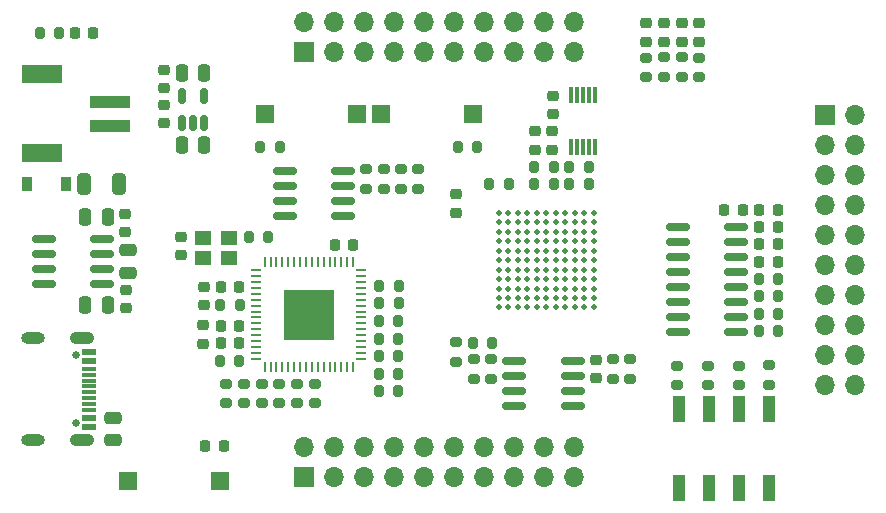
<source format=gbr>
%TF.GenerationSoftware,KiCad,Pcbnew,(6.0.0)*%
%TF.CreationDate,2022-08-04T21:46:01+02:00*%
%TF.ProjectId,TINY-FPGA-BOARD,54494e59-2d46-4504-9741-2d424f415244,rev?*%
%TF.SameCoordinates,Original*%
%TF.FileFunction,Soldermask,Top*%
%TF.FilePolarity,Negative*%
%FSLAX46Y46*%
G04 Gerber Fmt 4.6, Leading zero omitted, Abs format (unit mm)*
G04 Created by KiCad (PCBNEW (6.0.0)) date 2022-08-04 21:46:01*
%MOMM*%
%LPD*%
G01*
G04 APERTURE LIST*
G04 Aperture macros list*
%AMRoundRect*
0 Rectangle with rounded corners*
0 $1 Rounding radius*
0 $2 $3 $4 $5 $6 $7 $8 $9 X,Y pos of 4 corners*
0 Add a 4 corners polygon primitive as box body*
4,1,4,$2,$3,$4,$5,$6,$7,$8,$9,$2,$3,0*
0 Add four circle primitives for the rounded corners*
1,1,$1+$1,$2,$3*
1,1,$1+$1,$4,$5*
1,1,$1+$1,$6,$7*
1,1,$1+$1,$8,$9*
0 Add four rect primitives between the rounded corners*
20,1,$1+$1,$2,$3,$4,$5,0*
20,1,$1+$1,$4,$5,$6,$7,0*
20,1,$1+$1,$6,$7,$8,$9,0*
20,1,$1+$1,$8,$9,$2,$3,0*%
G04 Aperture macros list end*
%ADD10RoundRect,0.225000X-0.250000X0.225000X-0.250000X-0.225000X0.250000X-0.225000X0.250000X0.225000X0*%
%ADD11RoundRect,0.200000X0.275000X-0.200000X0.275000X0.200000X-0.275000X0.200000X-0.275000X-0.200000X0*%
%ADD12RoundRect,0.200000X-0.275000X0.200000X-0.275000X-0.200000X0.275000X-0.200000X0.275000X0.200000X0*%
%ADD13RoundRect,0.225000X0.250000X-0.225000X0.250000X0.225000X-0.250000X0.225000X-0.250000X-0.225000X0*%
%ADD14RoundRect,0.200000X-0.200000X-0.275000X0.200000X-0.275000X0.200000X0.275000X-0.200000X0.275000X0*%
%ADD15R,3.500000X1.000000*%
%ADD16R,3.400000X1.500000*%
%ADD17RoundRect,0.250000X-0.475000X0.250000X-0.475000X-0.250000X0.475000X-0.250000X0.475000X0.250000X0*%
%ADD18RoundRect,0.250000X-0.250000X-0.475000X0.250000X-0.475000X0.250000X0.475000X-0.250000X0.475000X0*%
%ADD19RoundRect,0.150000X0.825000X0.150000X-0.825000X0.150000X-0.825000X-0.150000X0.825000X-0.150000X0*%
%ADD20RoundRect,0.225000X-0.225000X-0.250000X0.225000X-0.250000X0.225000X0.250000X-0.225000X0.250000X0*%
%ADD21C,0.650000*%
%ADD22R,1.150000X0.600000*%
%ADD23R,1.150000X0.300000*%
%ADD24O,2.000000X1.000000*%
%ADD25O,2.100000X1.050000*%
%ADD26R,1.120000X2.160000*%
%ADD27RoundRect,0.225000X0.225000X0.250000X-0.225000X0.250000X-0.225000X-0.250000X0.225000X-0.250000X0*%
%ADD28RoundRect,0.150000X0.150000X-0.512500X0.150000X0.512500X-0.150000X0.512500X-0.150000X-0.512500X0*%
%ADD29RoundRect,0.200000X0.200000X0.275000X-0.200000X0.275000X-0.200000X-0.275000X0.200000X-0.275000X0*%
%ADD30RoundRect,0.250000X0.250000X0.475000X-0.250000X0.475000X-0.250000X-0.475000X0.250000X-0.475000X0*%
%ADD31R,1.700000X1.700000*%
%ADD32O,1.700000X1.700000*%
%ADD33RoundRect,0.218750X0.218750X0.256250X-0.218750X0.256250X-0.218750X-0.256250X0.218750X-0.256250X0*%
%ADD34RoundRect,0.150000X-0.825000X-0.150000X0.825000X-0.150000X0.825000X0.150000X-0.825000X0.150000X0*%
%ADD35RoundRect,0.250000X-0.325000X-0.650000X0.325000X-0.650000X0.325000X0.650000X-0.325000X0.650000X0*%
%ADD36R,1.500000X1.500000*%
%ADD37RoundRect,0.218750X-0.256250X0.218750X-0.256250X-0.218750X0.256250X-0.218750X0.256250X0.218750X0*%
%ADD38R,0.300000X1.400000*%
%ADD39R,1.400000X1.200000*%
%ADD40R,0.900000X1.200000*%
%ADD41RoundRect,0.250000X0.475000X-0.250000X0.475000X0.250000X-0.475000X0.250000X-0.475000X-0.250000X0*%
%ADD42RoundRect,0.062500X-0.337500X-0.062500X0.337500X-0.062500X0.337500X0.062500X-0.337500X0.062500X0*%
%ADD43RoundRect,0.062500X-0.062500X-0.337500X0.062500X-0.337500X0.062500X0.337500X-0.062500X0.337500X0*%
%ADD44R,4.350000X4.350000*%
%ADD45C,0.500000*%
G04 APERTURE END LIST*
D10*
%TO.C,C12*%
X119270000Y-100855000D03*
X119270000Y-102405000D03*
%TD*%
D11*
%TO.C,R6*%
X102775000Y-86350000D03*
X102775000Y-84700000D03*
%TD*%
D12*
%TO.C,R10*%
X99875000Y-84700000D03*
X99875000Y-86350000D03*
%TD*%
D13*
%TO.C,C14*%
X115625000Y-83050000D03*
X115625000Y-81500000D03*
%TD*%
D14*
%TO.C,R46*%
X107625000Y-82850000D03*
X109275000Y-82850000D03*
%TD*%
D15*
%TO.C,J2*%
X78150000Y-79000000D03*
X78150000Y-81000000D03*
D16*
X72400000Y-76650000D03*
X72400000Y-83350000D03*
%TD*%
D11*
%TO.C,R4*%
X120740000Y-102445000D03*
X120740000Y-100795000D03*
%TD*%
D17*
%TO.C,C28*%
X78450000Y-105750000D03*
X78450000Y-107650000D03*
%TD*%
D18*
%TO.C,C36*%
X76075000Y-96175000D03*
X77975000Y-96175000D03*
%TD*%
D11*
%TO.C,R22*%
X91000000Y-104525000D03*
X91000000Y-102875000D03*
%TD*%
D19*
%TO.C,U3*%
X97925000Y-88680000D03*
X97925000Y-87410000D03*
X97925000Y-86140000D03*
X97925000Y-84870000D03*
X92975000Y-84870000D03*
X92975000Y-86140000D03*
X92975000Y-87410000D03*
X92975000Y-88680000D03*
%TD*%
D20*
%TO.C,C1*%
X133145000Y-89610000D03*
X134695000Y-89610000D03*
%TD*%
D21*
%TO.C,J1*%
X75315000Y-100447500D03*
X75315000Y-106227500D03*
D22*
X76390000Y-100137500D03*
X76390000Y-100937500D03*
D23*
X76390000Y-102087500D03*
X76390000Y-103087500D03*
X76390000Y-103587500D03*
X76390000Y-104587500D03*
D22*
X76390000Y-106537500D03*
X76390000Y-105737500D03*
D23*
X76390000Y-105087500D03*
X76390000Y-104087500D03*
X76390000Y-102587500D03*
X76390000Y-101587500D03*
D24*
X71635000Y-99017500D03*
X71635000Y-107657500D03*
D25*
X75815000Y-99017500D03*
X75815000Y-107657500D03*
%TD*%
D26*
%TO.C,SW1*%
X133935000Y-104960000D03*
X131395000Y-104960000D03*
X128855000Y-104960000D03*
X126315000Y-104960000D03*
X126315000Y-111690000D03*
X128855000Y-111690000D03*
X131395000Y-111690000D03*
X133935000Y-111690000D03*
%TD*%
D10*
%TO.C,C26*%
X82775000Y-79275000D03*
X82775000Y-80825000D03*
%TD*%
D13*
%TO.C,C7*%
X115650000Y-80050000D03*
X115650000Y-78500000D03*
%TD*%
D27*
%TO.C,C21*%
X89075000Y-97950000D03*
X87525000Y-97950000D03*
%TD*%
D28*
%TO.C,U6*%
X84250000Y-80762500D03*
X85200000Y-80762500D03*
X86150000Y-80762500D03*
X86150000Y-78487500D03*
X84250000Y-78487500D03*
%TD*%
D29*
%TO.C,R32*%
X118700000Y-85925000D03*
X117050000Y-85925000D03*
%TD*%
%TO.C,R35*%
X115750000Y-84500000D03*
X114100000Y-84500000D03*
%TD*%
D13*
%TO.C,C29*%
X82775000Y-77850000D03*
X82775000Y-76300000D03*
%TD*%
D14*
%TO.C,R29*%
X133095000Y-96935000D03*
X134745000Y-96935000D03*
%TD*%
D10*
%TO.C,C22*%
X86100000Y-94675000D03*
X86100000Y-96225000D03*
%TD*%
D30*
%TO.C,C25*%
X86150000Y-82675000D03*
X84250000Y-82675000D03*
%TD*%
D29*
%TO.C,R11*%
X89125000Y-100900000D03*
X87475000Y-100900000D03*
%TD*%
D27*
%TO.C,C20*%
X89075000Y-99425000D03*
X87525000Y-99425000D03*
%TD*%
D20*
%TO.C,C2*%
X133145000Y-88135000D03*
X134695000Y-88135000D03*
%TD*%
D14*
%TO.C,R31*%
X133095000Y-93985000D03*
X134745000Y-93985000D03*
%TD*%
D12*
%TO.C,R43*%
X131375000Y-101325000D03*
X131375000Y-102975000D03*
%TD*%
%TO.C,R38*%
X126550000Y-75225000D03*
X126550000Y-76875000D03*
%TD*%
D11*
%TO.C,R3*%
X108950000Y-102435000D03*
X108950000Y-100785000D03*
%TD*%
D18*
%TO.C,C27*%
X84250000Y-76575000D03*
X86150000Y-76575000D03*
%TD*%
D31*
%TO.C,J3*%
X138725000Y-80075000D03*
D32*
X141265000Y-80075000D03*
X138725000Y-82615000D03*
X141265000Y-82615000D03*
X138725000Y-85155000D03*
X141265000Y-85155000D03*
X138725000Y-87695000D03*
X141265000Y-87695000D03*
X138725000Y-90235000D03*
X141265000Y-90235000D03*
X138725000Y-92775000D03*
X141265000Y-92775000D03*
X138725000Y-95315000D03*
X141265000Y-95315000D03*
X138725000Y-97855000D03*
X141265000Y-97855000D03*
X138725000Y-100395000D03*
X141265000Y-100395000D03*
X138725000Y-102935000D03*
X141265000Y-102935000D03*
%TD*%
D14*
%TO.C,R28*%
X133095000Y-98410000D03*
X134745000Y-98410000D03*
%TD*%
D11*
%TO.C,R5*%
X110420000Y-102445000D03*
X110420000Y-100795000D03*
%TD*%
D33*
%TO.C,D2*%
X76762500Y-73150000D03*
X75187500Y-73150000D03*
%TD*%
D34*
%TO.C,U9*%
X126245000Y-89565000D03*
X126245000Y-90835000D03*
X126245000Y-92105000D03*
X126245000Y-93375000D03*
X126245000Y-94645000D03*
X126245000Y-95915000D03*
X126245000Y-97185000D03*
X126245000Y-98455000D03*
X131195000Y-98455000D03*
X131195000Y-97185000D03*
X131195000Y-95915000D03*
X131195000Y-94645000D03*
X131195000Y-93375000D03*
X131195000Y-92105000D03*
X131195000Y-90835000D03*
X131195000Y-89565000D03*
%TD*%
D30*
%TO.C,C32*%
X77950000Y-88775000D03*
X76050000Y-88775000D03*
%TD*%
D11*
%TO.C,R7*%
X101325000Y-86350000D03*
X101325000Y-84700000D03*
%TD*%
D34*
%TO.C,U2*%
X112375000Y-100945000D03*
X112375000Y-102215000D03*
X112375000Y-103485000D03*
X112375000Y-104755000D03*
X117325000Y-104755000D03*
X117325000Y-103485000D03*
X117325000Y-102215000D03*
X117325000Y-100945000D03*
%TD*%
D27*
%TO.C,C24*%
X89075000Y-94700000D03*
X87525000Y-94700000D03*
%TD*%
D29*
%TO.C,R17*%
X102575000Y-97550000D03*
X100925000Y-97550000D03*
%TD*%
D14*
%TO.C,R45*%
X90875000Y-82825000D03*
X92525000Y-82825000D03*
%TD*%
D12*
%TO.C,R41*%
X126200000Y-101325000D03*
X126200000Y-102975000D03*
%TD*%
D29*
%TO.C,R14*%
X102575000Y-102000000D03*
X100925000Y-102000000D03*
%TD*%
D35*
%TO.C,FB1*%
X75975000Y-85925000D03*
X78925000Y-85925000D03*
%TD*%
D14*
%TO.C,R1*%
X110275000Y-85950000D03*
X111925000Y-85950000D03*
%TD*%
D11*
%TO.C,R2*%
X122200000Y-102445000D03*
X122200000Y-100795000D03*
%TD*%
D12*
%TO.C,R42*%
X128775000Y-101325000D03*
X128775000Y-102975000D03*
%TD*%
D11*
%TO.C,R23*%
X92500000Y-104525000D03*
X92500000Y-102875000D03*
%TD*%
D20*
%TO.C,C4*%
X133145000Y-92535000D03*
X134695000Y-92535000D03*
%TD*%
%TO.C,C5*%
X133145000Y-91060000D03*
X134695000Y-91060000D03*
%TD*%
D29*
%TO.C,R36*%
X73850000Y-73150000D03*
X72200000Y-73150000D03*
%TD*%
D31*
%TO.C,J4*%
X94575000Y-74775000D03*
D32*
X94575000Y-72235000D03*
X97115000Y-74775000D03*
X97115000Y-72235000D03*
X99655000Y-74775000D03*
X99655000Y-72235000D03*
X102195000Y-74775000D03*
X102195000Y-72235000D03*
X104735000Y-74775000D03*
X104735000Y-72235000D03*
X107275000Y-74775000D03*
X107275000Y-72235000D03*
X109815000Y-74775000D03*
X109815000Y-72235000D03*
X112355000Y-74775000D03*
X112355000Y-72235000D03*
X114895000Y-74775000D03*
X114895000Y-72235000D03*
X117435000Y-74775000D03*
X117435000Y-72235000D03*
%TD*%
D11*
%TO.C,R26*%
X107470000Y-100985000D03*
X107470000Y-99335000D03*
%TD*%
%TO.C,R20*%
X88000000Y-104525000D03*
X88000000Y-102875000D03*
%TD*%
D36*
%TO.C,SW4*%
X101100000Y-80025000D03*
X108900000Y-80025000D03*
%TD*%
D29*
%TO.C,R34*%
X118675000Y-84500000D03*
X117025000Y-84500000D03*
%TD*%
D37*
%TO.C,D3*%
X128050000Y-72312500D03*
X128050000Y-73887500D03*
%TD*%
%TO.C,D5*%
X125050000Y-72312500D03*
X125050000Y-73887500D03*
%TD*%
D11*
%TO.C,R25*%
X95550000Y-104525000D03*
X95550000Y-102875000D03*
%TD*%
D31*
%TO.C,J5*%
X94575000Y-110775000D03*
D32*
X94575000Y-108235000D03*
X97115000Y-110775000D03*
X97115000Y-108235000D03*
X99655000Y-110775000D03*
X99655000Y-108235000D03*
X102195000Y-110775000D03*
X102195000Y-108235000D03*
X104735000Y-110775000D03*
X104735000Y-108235000D03*
X107275000Y-110775000D03*
X107275000Y-108235000D03*
X109815000Y-110775000D03*
X109815000Y-108235000D03*
X112355000Y-110775000D03*
X112355000Y-108235000D03*
X114895000Y-110775000D03*
X114895000Y-108235000D03*
X117435000Y-110775000D03*
X117435000Y-108235000D03*
%TD*%
D12*
%TO.C,R40*%
X123550000Y-75250000D03*
X123550000Y-76900000D03*
%TD*%
D38*
%TO.C,U10*%
X117200000Y-82800000D03*
X117700000Y-82800000D03*
X118200000Y-82800000D03*
X118700000Y-82800000D03*
X119200000Y-82800000D03*
X119200000Y-78400000D03*
X118700000Y-78400000D03*
X118200000Y-78400000D03*
X117700000Y-78400000D03*
X117200000Y-78400000D03*
%TD*%
D11*
%TO.C,R21*%
X89500000Y-104525000D03*
X89500000Y-102875000D03*
%TD*%
D39*
%TO.C,U4*%
X86000000Y-92250000D03*
X88200000Y-92250000D03*
X88200000Y-90550000D03*
X86000000Y-90550000D03*
%TD*%
D13*
%TO.C,C33*%
X79450000Y-90025000D03*
X79450000Y-88475000D03*
%TD*%
D27*
%TO.C,C19*%
X98740000Y-91150000D03*
X97190000Y-91150000D03*
%TD*%
D40*
%TO.C,D1*%
X74450000Y-85925000D03*
X71150000Y-85925000D03*
%TD*%
D29*
%TO.C,R15*%
X102575000Y-100500000D03*
X100925000Y-100500000D03*
%TD*%
D11*
%TO.C,R8*%
X104225000Y-86350000D03*
X104225000Y-84700000D03*
%TD*%
D10*
%TO.C,C17*%
X84200000Y-90425000D03*
X84200000Y-91975000D03*
%TD*%
D27*
%TO.C,C16*%
X87775000Y-108100000D03*
X86225000Y-108100000D03*
%TD*%
D29*
%TO.C,R27*%
X110515000Y-99400000D03*
X108865000Y-99400000D03*
%TD*%
%TO.C,R16*%
X102550000Y-99050000D03*
X100900000Y-99050000D03*
%TD*%
D36*
%TO.C,SW2*%
X87475000Y-111100000D03*
X79675000Y-111100000D03*
%TD*%
D29*
%TO.C,R13*%
X102550000Y-103450000D03*
X100900000Y-103450000D03*
%TD*%
D12*
%TO.C,R37*%
X128050000Y-75250000D03*
X128050000Y-76900000D03*
%TD*%
D10*
%TO.C,C23*%
X86075000Y-97925000D03*
X86075000Y-99475000D03*
%TD*%
D41*
%TO.C,C30*%
X79675000Y-93450000D03*
X79675000Y-91550000D03*
%TD*%
D33*
%TO.C,L1*%
X131720000Y-88135000D03*
X130145000Y-88135000D03*
%TD*%
D29*
%TO.C,R19*%
X102625000Y-94550000D03*
X100975000Y-94550000D03*
%TD*%
D14*
%TO.C,R12*%
X87500000Y-96175000D03*
X89150000Y-96175000D03*
%TD*%
D11*
%TO.C,R24*%
X94000000Y-104525000D03*
X94000000Y-102875000D03*
%TD*%
D37*
%TO.C,D6*%
X123550000Y-72312500D03*
X123550000Y-73887500D03*
%TD*%
D36*
%TO.C,SW3*%
X99050000Y-80025000D03*
X91250000Y-80025000D03*
%TD*%
D19*
%TO.C,U11*%
X77500000Y-94380000D03*
X77500000Y-93110000D03*
X77500000Y-91840000D03*
X77500000Y-90570000D03*
X72550000Y-90570000D03*
X72550000Y-91840000D03*
X72550000Y-93110000D03*
X72550000Y-94380000D03*
%TD*%
D13*
%TO.C,C13*%
X114175000Y-83050000D03*
X114175000Y-81500000D03*
%TD*%
D42*
%TO.C,U5*%
X90550000Y-93250000D03*
X90550000Y-93750000D03*
X90550000Y-94250000D03*
X90550000Y-94750000D03*
X90550000Y-95250000D03*
X90550000Y-95750000D03*
X90550000Y-96250000D03*
X90550000Y-96750000D03*
X90550000Y-97250000D03*
X90550000Y-97750000D03*
X90550000Y-98250000D03*
X90550000Y-98750000D03*
X90550000Y-99250000D03*
X90550000Y-99750000D03*
X90550000Y-100250000D03*
X90550000Y-100750000D03*
D43*
X91250000Y-101450000D03*
X91750000Y-101450000D03*
X92250000Y-101450000D03*
X92750000Y-101450000D03*
X93250000Y-101450000D03*
X93750000Y-101450000D03*
X94250000Y-101450000D03*
X94750000Y-101450000D03*
X95250000Y-101450000D03*
X95750000Y-101450000D03*
X96250000Y-101450000D03*
X96750000Y-101450000D03*
X97250000Y-101450000D03*
X97750000Y-101450000D03*
X98250000Y-101450000D03*
X98750000Y-101450000D03*
D42*
X99450000Y-100750000D03*
X99450000Y-100250000D03*
X99450000Y-99750000D03*
X99450000Y-99250000D03*
X99450000Y-98750000D03*
X99450000Y-98250000D03*
X99450000Y-97750000D03*
X99450000Y-97250000D03*
X99450000Y-96750000D03*
X99450000Y-96250000D03*
X99450000Y-95750000D03*
X99450000Y-95250000D03*
X99450000Y-94750000D03*
X99450000Y-94250000D03*
X99450000Y-93750000D03*
X99450000Y-93250000D03*
D43*
X98750000Y-92550000D03*
X98250000Y-92550000D03*
X97750000Y-92550000D03*
X97250000Y-92550000D03*
X96750000Y-92550000D03*
X96250000Y-92550000D03*
X95750000Y-92550000D03*
X95250000Y-92550000D03*
X94750000Y-92550000D03*
X94250000Y-92550000D03*
X93750000Y-92550000D03*
X93250000Y-92550000D03*
X92750000Y-92550000D03*
X92250000Y-92550000D03*
X91750000Y-92550000D03*
X91250000Y-92550000D03*
D44*
X95000000Y-97000000D03*
%TD*%
D12*
%TO.C,R44*%
X133975000Y-101300000D03*
X133975000Y-102950000D03*
%TD*%
D29*
%TO.C,R18*%
X102600000Y-96050000D03*
X100950000Y-96050000D03*
%TD*%
D13*
%TO.C,C37*%
X79475000Y-96450000D03*
X79475000Y-94900000D03*
%TD*%
D45*
%TO.C,U1*%
X111100000Y-88400000D03*
X111900000Y-88400000D03*
X112700000Y-88400000D03*
X113500000Y-88400000D03*
X114300000Y-88400000D03*
X115100000Y-88400000D03*
X115900000Y-88400000D03*
X116700000Y-88400000D03*
X117500000Y-88400000D03*
X118300000Y-88400000D03*
X119100000Y-88400000D03*
X111100000Y-89200000D03*
X111900000Y-89200000D03*
X112700000Y-89200000D03*
X113500000Y-89200000D03*
X114300000Y-89200000D03*
X115100000Y-89200000D03*
X115900000Y-89200000D03*
X116700000Y-89200000D03*
X117500000Y-89200000D03*
X118300000Y-89200000D03*
X119100000Y-89200000D03*
X111100000Y-90000000D03*
X111900000Y-90000000D03*
X112700000Y-90000000D03*
X113500000Y-90000000D03*
X114300000Y-90000000D03*
X115100000Y-90000000D03*
X115900000Y-90000000D03*
X116700000Y-90000000D03*
X117500000Y-90000000D03*
X118300000Y-90000000D03*
X119100000Y-90000000D03*
X111100000Y-90800000D03*
X111900000Y-90800000D03*
X112700000Y-90800000D03*
X113500000Y-90800000D03*
X114300000Y-90800000D03*
X115100000Y-90800000D03*
X115900000Y-90800000D03*
X116700000Y-90800000D03*
X117500000Y-90800000D03*
X118300000Y-90800000D03*
X119100000Y-90800000D03*
X111100000Y-91600000D03*
X111900000Y-91600000D03*
X112700000Y-91600000D03*
X113500000Y-91600000D03*
X114300000Y-91600000D03*
X115100000Y-91600000D03*
X115900000Y-91600000D03*
X116700000Y-91600000D03*
X117500000Y-91600000D03*
X118300000Y-91600000D03*
X119100000Y-91600000D03*
X111100000Y-92400000D03*
X111900000Y-92400000D03*
X112700000Y-92400000D03*
X113500000Y-92400000D03*
X114300000Y-92400000D03*
X115100000Y-92400000D03*
X115900000Y-92400000D03*
X116700000Y-92400000D03*
X117500000Y-92400000D03*
X118300000Y-92400000D03*
X119100000Y-92400000D03*
X111100000Y-93200000D03*
X111900000Y-93200000D03*
X112700000Y-93200000D03*
X113500000Y-93200000D03*
X114300000Y-93200000D03*
X115100000Y-93200000D03*
X115900000Y-93200000D03*
X116700000Y-93200000D03*
X117500000Y-93200000D03*
X118300000Y-93200000D03*
X119100000Y-93200000D03*
X111100000Y-94000000D03*
X111900000Y-94000000D03*
X112700000Y-94000000D03*
X113500000Y-94000000D03*
X114300000Y-94000000D03*
X115100000Y-94000000D03*
X115900000Y-94000000D03*
X116700000Y-94000000D03*
X117500000Y-94000000D03*
X118300000Y-94000000D03*
X119100000Y-94000000D03*
X111100000Y-94800000D03*
X111900000Y-94800000D03*
X112700000Y-94800000D03*
X113500000Y-94800000D03*
X114300000Y-94800000D03*
X115100000Y-94800000D03*
X115900000Y-94800000D03*
X116700000Y-94800000D03*
X117500000Y-94800000D03*
X118300000Y-94800000D03*
X119100000Y-94800000D03*
X111100000Y-95600000D03*
X111900000Y-95600000D03*
X112700000Y-95600000D03*
X113500000Y-95600000D03*
X114300000Y-95600000D03*
X115100000Y-95600000D03*
X115900000Y-95600000D03*
X116700000Y-95600000D03*
X117500000Y-95600000D03*
X118300000Y-95600000D03*
X119100000Y-95600000D03*
X111100000Y-96400000D03*
X111900000Y-96400000D03*
X112700000Y-96400000D03*
X113500000Y-96400000D03*
X114300000Y-96400000D03*
X115100000Y-96400000D03*
X115900000Y-96400000D03*
X116700000Y-96400000D03*
X117500000Y-96400000D03*
X118300000Y-96400000D03*
X119100000Y-96400000D03*
%TD*%
D14*
%TO.C,R30*%
X133095000Y-95460000D03*
X134745000Y-95460000D03*
%TD*%
D37*
%TO.C,D4*%
X126550000Y-72312500D03*
X126550000Y-73887500D03*
%TD*%
D14*
%TO.C,R9*%
X89925000Y-90450000D03*
X91575000Y-90450000D03*
%TD*%
%TO.C,R33*%
X114075000Y-85925000D03*
X115725000Y-85925000D03*
%TD*%
D12*
%TO.C,R39*%
X125050000Y-75237500D03*
X125050000Y-76887500D03*
%TD*%
D13*
%TO.C,C15*%
X107450000Y-88375000D03*
X107450000Y-86825000D03*
%TD*%
M02*

</source>
